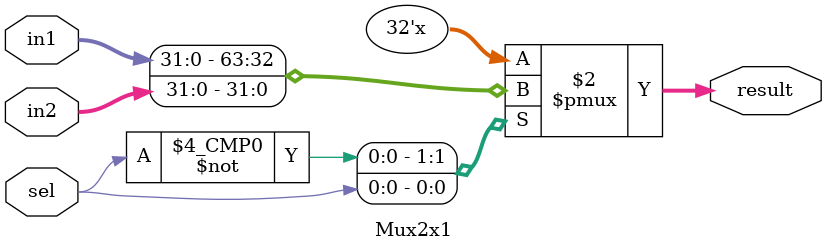
<source format=sv>
/*----------------------------------------------------------------
  Module for Multiplexer
------------------------------------------------------------------*/
module Mux2x1
    (
        input logic sel, 
        input logic[31:0] in1, in2, 
        output logic[31:0] result
    );

always_comb begin
	case (sel)
		0: result = in1;
		1: result = in2;
	endcase
	end
    
endmodule
</source>
